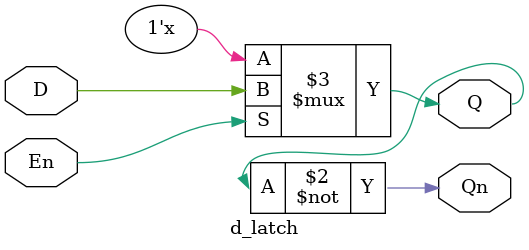
<source format=v>
module d_latch (D,En,Q,Qn);
    input D;        // Data input
    input En;       // Enable (Latch control)
    output reg Q;
    output Qn;       // Complement of Q


always @ (D or En) begin
    if (En)
        Q <= D;     // Transparent when enabled
    
end

assign Qn = ~Q;

endmodule

</source>
